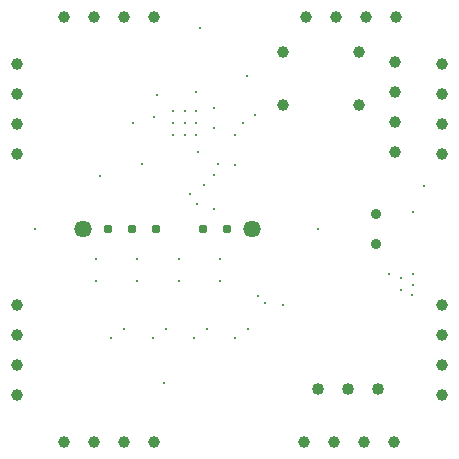
<source format=gbr>
%TF.GenerationSoftware,KiCad,Pcbnew,9.0.6*%
%TF.CreationDate,2025-12-07T19:24:08-08:00*%
%TF.ProjectId,redstone_repeater,72656473-746f-46e6-955f-726570656174,rev?*%
%TF.SameCoordinates,Original*%
%TF.FileFunction,Plated,1,2,PTH,Drill*%
%TF.FilePolarity,Positive*%
%FSLAX46Y46*%
G04 Gerber Fmt 4.6, Leading zero omitted, Abs format (unit mm)*
G04 Created by KiCad (PCBNEW 9.0.6) date 2025-12-07 19:24:08*
%MOMM*%
%LPD*%
G01*
G04 APERTURE LIST*
%TA.AperFunction,ViaDrill*%
%ADD10C,0.300000*%
%TD*%
%TA.AperFunction,ComponentDrill*%
%ADD11C,0.300000*%
%TD*%
%TA.AperFunction,ComponentDrill*%
%ADD12C,0.780000*%
%TD*%
%TA.AperFunction,ComponentDrill*%
%ADD13C,0.900000*%
%TD*%
%TA.AperFunction,ComponentDrill*%
%ADD14C,1.000000*%
%TD*%
%TA.AperFunction,ComponentDrill*%
%ADD15C,1.016000*%
%TD*%
%TA.AperFunction,ComponentDrill*%
%ADD16C,1.460000*%
%TD*%
G04 APERTURE END LIST*
D10*
X163500000Y-55000000D03*
X168700000Y-57500000D03*
X168700000Y-59400000D03*
X169000000Y-50500000D03*
X170000000Y-64175000D03*
X171108119Y-63471168D03*
X171845229Y-46000001D03*
X172200000Y-57500000D03*
X172200000Y-59400000D03*
X172600000Y-49500000D03*
X173500000Y-64175000D03*
X173629998Y-45500000D03*
X173900000Y-43600000D03*
X174500000Y-68000000D03*
X174608119Y-63471168D03*
X175200000Y-45000000D03*
X175200000Y-46000000D03*
X175200000Y-47000000D03*
X175700000Y-57500000D03*
X175700000Y-59400000D03*
X176200000Y-45000000D03*
X176200000Y-46000000D03*
X176200000Y-47000000D03*
X176675735Y-52005206D03*
X177000000Y-64175000D03*
X177200000Y-45000000D03*
X177200000Y-46000000D03*
X177200000Y-47000000D03*
X177200134Y-43375302D03*
X177275735Y-52830685D03*
X177300000Y-48500000D03*
X177500000Y-38000000D03*
X177875735Y-51224265D03*
X178108119Y-63471168D03*
X178700000Y-44700000D03*
X178706166Y-46466793D03*
X178723008Y-53276992D03*
X178724265Y-50375735D03*
X178999999Y-49442297D03*
X179200000Y-57500000D03*
X179200000Y-59400000D03*
X180457819Y-47009694D03*
X180475735Y-49524265D03*
X180500000Y-64175000D03*
X181157819Y-46006346D03*
X181500000Y-42000000D03*
X181608119Y-63471168D03*
X182168390Y-45318444D03*
X182388235Y-60611765D03*
X182988235Y-61211762D03*
X184500000Y-61413863D03*
X187500000Y-55000000D03*
X193503362Y-58788863D03*
X195461137Y-60538863D03*
X195500000Y-53500000D03*
X195538845Y-58788863D03*
X195580000Y-59693863D03*
X196500000Y-51350000D03*
D11*
%TO.C,U3*%
X194550000Y-59163863D03*
X194550000Y-60163863D03*
D12*
%TO.C,S1*%
X169753508Y-55000000D03*
X171753508Y-55000000D03*
X173753508Y-55000000D03*
X177753508Y-55000000D03*
X179753508Y-55000000D03*
D13*
%TO.C,D5*%
X192403508Y-53730000D03*
X192403508Y-56270000D03*
D14*
%TO.C,J8*%
X162000000Y-61380000D03*
X162000000Y-63920000D03*
X162000000Y-66460000D03*
X162000000Y-69000000D03*
%TO.C,J7*%
X162050000Y-41000000D03*
X162050000Y-43540000D03*
X162050000Y-46080000D03*
X162050000Y-48620000D03*
%TO.C,J1*%
X165975000Y-37000000D03*
%TO.C,J5*%
X165975000Y-73000000D03*
%TO.C,J1*%
X168515000Y-37000000D03*
%TO.C,J5*%
X168515000Y-73000000D03*
%TO.C,J1*%
X171055000Y-37000000D03*
%TO.C,J5*%
X171055000Y-73000000D03*
%TO.C,J1*%
X173595000Y-37000000D03*
%TO.C,J5*%
X173595000Y-73000000D03*
%TO.C,SW1*%
X184500000Y-40000000D03*
X184500000Y-44500000D03*
%TO.C,J6*%
X186355000Y-73025000D03*
%TO.C,J2*%
X186475000Y-37000000D03*
%TO.C,J6*%
X188895000Y-73025000D03*
%TO.C,J2*%
X189015000Y-37000000D03*
%TO.C,SW1*%
X191000000Y-40000000D03*
X191000000Y-44500000D03*
%TO.C,J6*%
X191435000Y-73025000D03*
%TO.C,J2*%
X191555000Y-37000000D03*
%TO.C,J6*%
X193975000Y-73025000D03*
%TO.C,J9*%
X194000000Y-40880000D03*
X194000000Y-43420000D03*
X194000000Y-45960000D03*
X194000000Y-48500000D03*
%TO.C,J2*%
X194095000Y-37000000D03*
%TO.C,J4*%
X197975000Y-61380000D03*
X197975000Y-63920000D03*
X197975000Y-66460000D03*
X197975000Y-69000000D03*
%TO.C,J3*%
X198000000Y-41000000D03*
X198000000Y-43540000D03*
X198000000Y-46080000D03*
X198000000Y-48620000D03*
D15*
%TO.C,U2*%
X187500000Y-68500000D03*
X190040000Y-68500000D03*
X192580000Y-68500000D03*
D16*
%TO.C,S1*%
X167603508Y-55000000D03*
X181903508Y-55000000D03*
M02*

</source>
